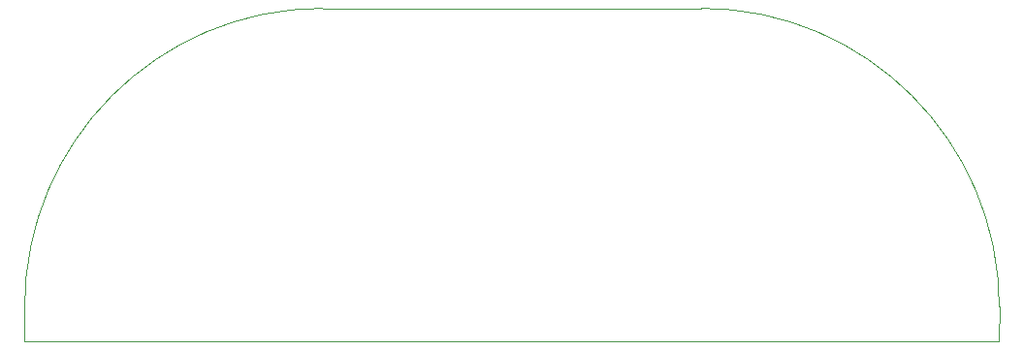
<source format=gbr>
%TF.GenerationSoftware,KiCad,Pcbnew,(7.0.0)*%
%TF.CreationDate,2024-04-01T18:59:35+02:00*%
%TF.ProjectId,Sensing_Subsystem,53656e73-696e-4675-9f53-756273797374,rev?*%
%TF.SameCoordinates,Original*%
%TF.FileFunction,Profile,NP*%
%FSLAX46Y46*%
G04 Gerber Fmt 4.6, Leading zero omitted, Abs format (unit mm)*
G04 Created by KiCad (PCBNEW (7.0.0)) date 2024-04-01 18:59:35*
%MOMM*%
%LPD*%
G01*
G04 APERTURE LIST*
%TA.AperFunction,Profile*%
%ADD10C,0.050000*%
%TD*%
G04 APERTURE END LIST*
D10*
X191135000Y-59684525D02*
X224160475Y-59684525D01*
X165100000Y-88773000D02*
X165100000Y-85719525D01*
X250190000Y-88773000D02*
X250195475Y-85719525D01*
X250195475Y-85719525D02*
G75*
G03*
X224160475Y-59684525I-26035000J0D01*
G01*
X191135000Y-59684525D02*
G75*
G03*
X165100000Y-85719525I0J-26035000D01*
G01*
X165100000Y-88773000D02*
X250190000Y-88773000D01*
M02*

</source>
